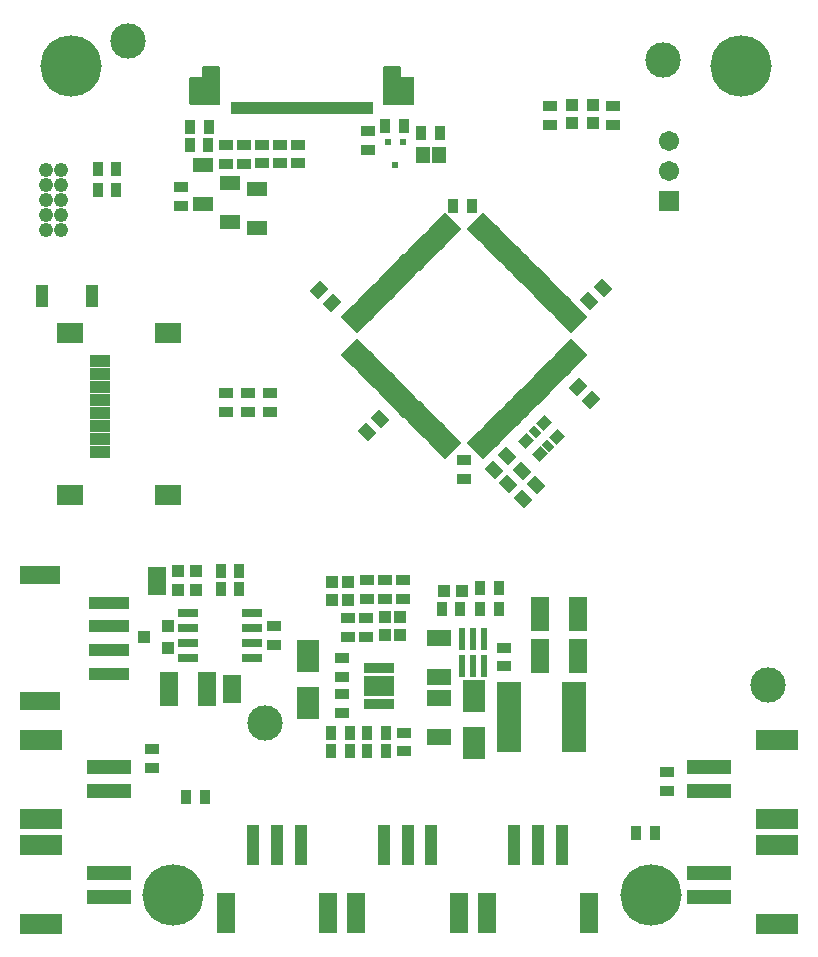
<source format=gts>
%FSTAX23Y23*%
%MOIN*%
%SFA1B1*%

%IPPOS*%
%AMD39*
4,1,4,-0.020200,0.003500,0.003500,-0.020200,0.020200,-0.003500,-0.003500,0.020200,-0.020200,0.003500,0.0*
%
%AMD50*
4,1,4,0.020900,-0.034900,0.034900,-0.020900,-0.020900,0.034900,-0.034900,0.020900,0.020900,-0.034900,0.0*
%
%AMD51*
4,1,4,-0.034900,-0.020900,-0.020900,-0.034900,0.034900,0.020900,0.020900,0.034900,-0.034900,-0.020900,0.0*
%
%AMD62*
4,1,4,-0.030400,-0.003500,-0.003500,-0.030400,0.030400,0.003500,0.003500,0.030400,-0.030400,-0.003500,0.0*
%
%AMD66*
4,1,4,-0.003500,0.030400,-0.030400,0.003500,0.003500,-0.030400,0.030400,-0.003500,-0.003500,0.030400,0.0*
%
%AMD71*
4,1,4,-0.025700,-0.002100,-0.002100,-0.025700,0.025700,0.002100,0.002100,0.025700,-0.025700,-0.002100,0.0*
%
%ADD20R,0.133858X0.059055*%
%ADD21R,0.137795X0.039370*%
%ADD27R,0.024098X0.073008*%
G04~CAMADD=39~9~0.0~0.0~334.6~236.2~0.0~0.0~0~0.0~0.0~0.0~0.0~0~0.0~0.0~0.0~0.0~0~0.0~0.0~0.0~135.0~404.0~403.0*
%ADD39D39*%
%ADD43R,0.059055X0.133858*%
%ADD44R,0.039370X0.137795*%
%ADD45R,0.045449X0.053394*%
%ADD46R,0.018504X0.023622*%
%ADD49R,0.060000X0.095094*%
G04~CAMADD=50~9~0.0~0.0~198.1~788.7~0.0~0.0~0~0.0~0.0~0.0~0.0~0~0.0~0.0~0.0~0.0~0~0.0~0.0~0.0~225.0~698.0~697.0*
%ADD50D50*%
G04~CAMADD=51~9~0.0~0.0~198.1~788.7~0.0~0.0~0~0.0~0.0~0.0~0.0~0~0.0~0.0~0.0~0.0~0~0.0~0.0~0.0~135.0~698.0~697.0*
%ADD51D51*%
%ADD52C,0.118110*%
%ADD53R,0.141858X0.067055*%
%ADD54R,0.145795X0.047370*%
%ADD55R,0.079000X0.055000*%
%ADD56R,0.078866X0.232409*%
%ADD57R,0.074929X0.106425*%
%ADD58R,0.059181X0.118236*%
%ADD59R,0.038000X0.048000*%
%ADD60R,0.048000X0.038000*%
%ADD61R,0.043000X0.043000*%
G04~CAMADD=62~9~0.0~0.0~380.0~480.0~0.0~0.0~0~0.0~0.0~0.0~0.0~0~0.0~0.0~0.0~0.0~0~0.0~0.0~0.0~135.0~608.0~607.0*
%ADD62D62*%
%ADD63R,0.043000X0.078000*%
%ADD64R,0.069023X0.031622*%
%ADD65R,0.043000X0.043000*%
G04~CAMADD=66~9~0.0~0.0~380.0~480.0~0.0~0.0~0~0.0~0.0~0.0~0.0~0~0.0~0.0~0.0~0.0~0~0.0~0.0~0.0~45.0~608.0~607.0*
%ADD66D66*%
%ADD67R,0.019811X0.037527*%
%ADD68R,0.102488X0.070992*%
%ADD69R,0.067055X0.039496*%
%ADD70R,0.086740X0.065086*%
G04~CAMADD=71~9~0.0~0.0~334.6~393.7~0.0~0.0~0~0.0~0.0~0.0~0.0~0~0.0~0.0~0.0~0.0~0~0.0~0.0~0.0~135.0~514.0~513.0*
%ADD71D71*%
%ADD72R,0.058000X0.038000*%
%ADD73R,0.019811X0.039496*%
%ADD74R,0.047370X0.047370*%
%ADD75R,0.043433X0.039496*%
%ADD76R,0.068000X0.048000*%
%ADD77C,0.048000*%
%ADD78R,0.067055X0.067055*%
%ADD79C,0.067055*%
%ADD80C,0.204724*%
%LNstrwl-p01-v01-1*%
%LPD*%
G36*
X00884Y0308D02*
X00885Y03079D01*
X00885Y03079*
X00886Y03079*
X00886Y03079*
X00887Y03078*
X00887Y03078*
X00887Y03078*
X00888Y03077*
X00888Y03077*
X00888Y03076*
X00888Y03076*
Y02955*
X00888Y02955*
X00888Y02954*
X00888Y02954*
X00887Y02953*
X00887Y02953*
X00887Y02953*
X00886Y02952*
X00886Y02952*
X00885Y02952*
X00885Y02952*
X00884Y02952*
X00884Y02951*
X00789*
X00789Y02952*
X00788Y02952*
X00788Y02952*
X00787Y02952*
X00787Y02952*
X00787Y02953*
X00786Y02953*
X00786Y02953*
X00786Y02954*
X00786Y02954*
X00785Y02955*
X00785Y02955*
Y03042*
X00785Y03043*
X00786Y03043*
X00786Y03044*
X00786Y03044*
X00786Y03045*
X00787Y03045*
X00787Y03045*
X00787Y03046*
X00788Y03046*
X00788Y03046*
X00789Y03046*
X00789Y03046*
X00829*
Y03076*
X00829Y03076*
X00829Y03077*
X00829Y03077*
X00829Y03078*
X0083Y03078*
X0083Y03078*
X0083Y03079*
X00831Y03079*
X00831Y03079*
X00832Y03079*
X00832Y0308*
X00833Y0308*
X00884*
X00884Y0308*
G37*
G36*
X01487D02*
X01487Y03079D01*
X01488Y03079*
X01488Y03079*
X01489Y03079*
X01489Y03078*
X01489Y03078*
X0149Y03078*
X0149Y03077*
X0149Y03077*
X0149Y03076*
X0149Y03076*
Y03046*
X0153*
X0153Y03046*
X01531Y03046*
X01531Y03046*
X01532Y03046*
X01532Y03045*
X01532Y03045*
X01533Y03045*
X01533Y03044*
X01533Y03044*
X01533Y03043*
X01534Y03043*
X01534Y03042*
Y02955*
X01534Y02955*
X01533Y02954*
X01533Y02954*
X01533Y02953*
X01533Y02953*
X01532Y02953*
X01532Y02952*
X01532Y02952*
X01531Y02952*
X01531Y02952*
X0153Y02952*
X0153Y02951*
X01435*
X01435Y02952*
X01434Y02952*
X01434Y02952*
X01433Y02952*
X01433Y02952*
X01432Y02953*
X01432Y02953*
X01432Y02953*
X01431Y02954*
X01431Y02954*
X01431Y02955*
X01431Y02955*
Y03076*
X01431Y03076*
X01431Y03077*
X01431Y03077*
X01432Y03078*
X01432Y03078*
X01432Y03078*
X01433Y03079*
X01433Y03079*
X01434Y03079*
X01434Y03079*
X01435Y0308*
X01435Y0308*
X01486*
X01487Y0308*
G37*
G54D20*
X00289Y01385D03*
Y00964D03*
G54D21*
X00516Y01056D03*
Y01135D03*
Y01214D03*
Y01293D03*
G54D27*
X01768Y01171D03*
X01731D03*
X01693D03*
Y0108D03*
X01731D03*
X01768D03*
G54D39*
X01982Y01816D03*
X01938Y01861D03*
G54D43*
X01777Y00258D03*
X02119D03*
X01341D03*
X01684D03*
X00906D03*
X01248D03*
G54D44*
X02027Y00484D03*
X01948D03*
X01869D03*
X01591D03*
X01513D03*
X01434D03*
X01156D03*
X01077D03*
X00998D03*
G54D45*
X01616Y02784D03*
X01563D03*
G54D46*
X01497Y02827D03*
X01446D03*
X01472Y02752D03*
G54D49*
X00678Y01366D03*
X00928Y01006D03*
G54D50*
X01745Y01804D03*
X01759Y01818D03*
X01772Y01832D03*
X01786Y01846D03*
X018Y0186D03*
X01814Y01874D03*
X01828Y01888D03*
X01842Y01902D03*
X01856Y01916D03*
X0187Y0193D03*
X01884Y01943D03*
X01898Y01957D03*
X01912Y01971D03*
X01926Y01985D03*
X0194Y01999D03*
X01953Y02013D03*
X01967Y02027D03*
X01981Y02041D03*
X01995Y02055D03*
X02009Y02069D03*
X02023Y02083D03*
X02037Y02097D03*
X02051Y02111D03*
X02065Y02124D03*
X02079Y02138D03*
X01658Y02559D03*
X01644Y02545D03*
X01631Y02531D03*
X01617Y02517D03*
X01603Y02503D03*
X01589Y02489D03*
X01575Y02475D03*
X01561Y02461D03*
X01547Y02447D03*
X01533Y02433D03*
X01519Y0242D03*
X01505Y02406D03*
X01491Y02392D03*
X01477Y02378D03*
X01463Y02364D03*
X0145Y0235D03*
X01436Y02336D03*
X01422Y02322D03*
X01408Y02308D03*
X01394Y02294D03*
X0138Y0228D03*
X01366Y02266D03*
X01352Y02252D03*
X01338Y02239D03*
X01324Y02225D03*
G54D51*
X02079Y02225D03*
X02065Y02239D03*
X02051Y02252D03*
X02037Y02266D03*
X02023Y0228D03*
X02009Y02294D03*
X01995Y02308D03*
X01981Y02322D03*
X01967Y02336D03*
X01953Y0235D03*
X0194Y02364D03*
X01926Y02378D03*
X01912Y02392D03*
X01898Y02406D03*
X01884Y0242D03*
X0187Y02433D03*
X01856Y02447D03*
X01842Y02461D03*
X01828Y02475D03*
X01814Y02489D03*
X018Y02503D03*
X01786Y02517D03*
X01772Y02531D03*
X01759Y02545D03*
X01745Y02559D03*
X01324Y02138D03*
X01338Y02124D03*
X01352Y02111D03*
X01366Y02097D03*
X0138Y02083D03*
X01394Y02069D03*
X01408Y02055D03*
X01422Y02041D03*
X01436Y02027D03*
X0145Y02013D03*
X01463Y01999D03*
X01477Y01985D03*
X01491Y01971D03*
X01505Y01957D03*
X01519Y01943D03*
X01533Y0193D03*
X01547Y01916D03*
X01561Y01902D03*
X01575Y01888D03*
X01589Y01874D03*
X01603Y0186D03*
X01617Y01846D03*
X01631Y01832D03*
X01644Y01818D03*
X01658Y01804D03*
G54D52*
X01038Y00893D03*
X02713Y01018D03*
X02364Y031D03*
X00582Y03166D03*
G54D53*
X0029Y00221D03*
Y00484D03*
X02745Y00836D03*
Y00573D03*
Y00221D03*
Y00484D03*
X0029Y00836D03*
Y00573D03*
G54D54*
X00516Y00313D03*
Y00392D03*
X02519Y00744D03*
Y00665D03*
Y00313D03*
Y00392D03*
X00516Y00744D03*
Y00665D03*
G54D55*
X01617Y00844D03*
Y00976D03*
Y01176D03*
Y01044D03*
G54D56*
X01852Y00911D03*
X02067D03*
G54D57*
X01733Y00826D03*
Y00983D03*
X01181Y00957D03*
Y01114D03*
G54D58*
X01954Y01255D03*
X02082D03*
X01954Y01115D03*
X02082D03*
X00716Y01006D03*
X00843D03*
G54D59*
X01626Y0127D03*
X01689D03*
X01754Y01271D03*
X01817D03*
X01754Y0134D03*
X01816D03*
X01259Y00798D03*
X01321D03*
X00542Y02668D03*
X0048D03*
X00542Y02738D03*
X0048D03*
X01441Y00858D03*
X01378D03*
X0089Y01397D03*
X00952D03*
X00952Y01337D03*
X0089D03*
X01259Y00858D03*
X01321D03*
X01378Y00798D03*
X01441D03*
X01665Y02614D03*
X01728D03*
X01558Y02859D03*
X01621D03*
X01501Y02883D03*
X01438D03*
X00837Y00644D03*
X00775D03*
X02337Y00525D03*
X02274D03*
X0085Y02878D03*
X00787D03*
X00849Y02817D03*
X00787D03*
G54D60*
X01834Y01143D03*
Y01081D03*
X01989Y02885D03*
Y02947D03*
X02199D03*
Y02885D03*
X01373Y01179D03*
Y01242D03*
X01294Y01107D03*
Y01044D03*
X01069Y01151D03*
Y01214D03*
X01029Y02757D03*
Y02819D03*
X01149Y02757D03*
Y02819D03*
X01089Y02757D03*
Y02819D03*
X02377Y00665D03*
Y00728D03*
X01701Y01705D03*
Y01768D03*
X00909Y01927D03*
Y0199D03*
X00981Y01927D03*
Y0199D03*
X01054Y01927D03*
Y0199D03*
X01439Y01369D03*
Y01306D03*
X01499Y01369D03*
Y01306D03*
X01379Y01369D03*
Y01306D03*
X01313Y01179D03*
Y01242D03*
X01502Y00859D03*
Y00797D03*
X00662Y00804D03*
Y00742D03*
X01294Y00987D03*
Y00924D03*
X0138Y02864D03*
Y02801D03*
X00757Y02677D03*
Y02614D03*
X00908Y02819D03*
Y02756D03*
X00969Y02819D03*
Y02756D03*
G54D61*
X01694Y01331D03*
X01634D03*
X00807Y01336D03*
X00747D03*
Y01397D03*
X00807D03*
G54D62*
X02124Y01969D03*
X0208Y02013D03*
X01216Y02336D03*
X01261Y02291D03*
G54D63*
X0046Y02315D03*
X00295D03*
G54D64*
X00993Y01108D03*
Y01158D03*
Y01208D03*
Y01258D03*
X0078Y01108D03*
Y01158D03*
Y01208D03*
Y01258D03*
G54D65*
X0213Y02952D03*
Y02892D03*
X0206Y02952D03*
Y02892D03*
X01436Y01244D03*
Y01184D03*
X01489Y01244D03*
Y01184D03*
X01315Y01361D03*
Y01301D03*
X0126Y01361D03*
Y01301D03*
G54D66*
X01848Y01687D03*
X01893Y01731D03*
X01942Y01684D03*
X01897Y01639D03*
X01845Y0178D03*
X018Y01735D03*
X01421Y01905D03*
X01377Y01861D03*
X02164Y02343D03*
X02119Y02298D03*
G54D67*
X01379Y00956D03*
X01399D03*
X01418D03*
X01438D03*
X01458D03*
Y01074D03*
X01438D03*
X01418D03*
X01399D03*
X01379D03*
G54D68*
X01418Y01015D03*
G54D69*
X00489Y02097D03*
Y02054D03*
Y02011D03*
Y01968D03*
Y01924D03*
Y01881D03*
Y01838D03*
Y01794D03*
G54D70*
X00386Y0165D03*
Y02191D03*
X00713Y0165D03*
Y02191D03*
G54D71*
X01953Y01787D03*
X02011Y01846D03*
X01967Y0189D03*
X01908Y01832D03*
G54D72*
X00678Y01339D03*
Y01394D03*
X00928Y00979D03*
Y01034D03*
G54D73*
X00973Y0294D03*
X01386D03*
X01366D03*
X01347D03*
X01327D03*
X01307D03*
X01287D03*
X01268D03*
X01248D03*
X01228D03*
X01209D03*
X01189D03*
X01169D03*
X0115D03*
X0113D03*
X0111D03*
X01091D03*
X01071D03*
X01051D03*
X01032D03*
X01012D03*
X00992D03*
X00953D03*
X00933D03*
G54D74*
X01484Y03003D03*
X00835D03*
G54D75*
X00634Y01179D03*
X00713Y01141D03*
Y01216D03*
G54D76*
X0101Y02673D03*
Y02543D03*
X0092Y02562D03*
Y02692D03*
X00832Y02622D03*
Y02752D03*
G54D77*
X00309Y02636D03*
X00359D03*
Y02586D03*
X00309D03*
Y02536D03*
X00359D03*
Y02686D03*
X00309D03*
Y02736D03*
X00359D03*
G54D78*
X02385Y02632D03*
G54D79*
X02385Y02732D03*
Y02832D03*
G54D80*
X00391Y03083D03*
X02625D03*
X00731Y00319D03*
X02324D03*
M02*
</source>
